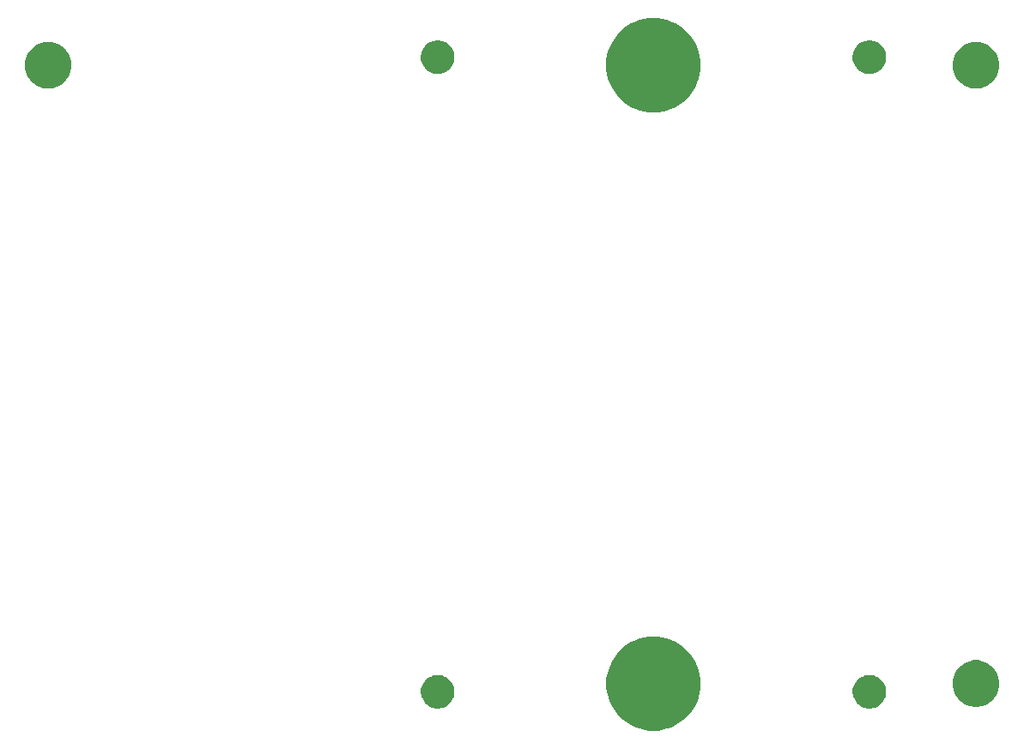
<source format=gbr>
G04 #@! TF.GenerationSoftware,KiCad,Pcbnew,(5.1.2)-2*
G04 #@! TF.CreationDate,2021-08-28T01:19:33-04:00*
G04 #@! TF.ProjectId,MAG_Plus,4d41475f-506c-4757-932e-6b696361645f,rev?*
G04 #@! TF.SameCoordinates,Original*
G04 #@! TF.FileFunction,Soldermask,Bot*
G04 #@! TF.FilePolarity,Negative*
%FSLAX46Y46*%
G04 Gerber Fmt 4.6, Leading zero omitted, Abs format (unit mm)*
G04 Created by KiCad (PCBNEW (5.1.2)-2) date 2021-08-28 01:19:33*
%MOMM*%
%LPD*%
G04 APERTURE LIST*
%ADD10C,0.100000*%
G04 APERTURE END LIST*
D10*
G36*
X316166646Y-103327735D02*
G01*
X316517248Y-103472959D01*
X317013075Y-103678337D01*
X317774840Y-104187333D01*
X318422667Y-104835160D01*
X318931663Y-105596925D01*
X319103881Y-106012697D01*
X319282265Y-106443354D01*
X319461000Y-107341915D01*
X319461000Y-108258085D01*
X319282265Y-109156646D01*
X319137041Y-109507248D01*
X318931663Y-110003075D01*
X318422667Y-110764840D01*
X317774840Y-111412667D01*
X317013075Y-111921663D01*
X316517248Y-112127041D01*
X316166646Y-112272265D01*
X315268085Y-112451000D01*
X314351915Y-112451000D01*
X313453354Y-112272265D01*
X313102751Y-112127041D01*
X312606925Y-111921663D01*
X311845160Y-111412667D01*
X311197333Y-110764840D01*
X310688337Y-110003075D01*
X310482960Y-109507249D01*
X310337735Y-109156646D01*
X310159000Y-108258085D01*
X310159000Y-107341915D01*
X310337735Y-106443354D01*
X310516119Y-106012697D01*
X310688337Y-105596925D01*
X311197333Y-104835160D01*
X311845160Y-104187333D01*
X312606925Y-103678337D01*
X313102751Y-103472960D01*
X313453354Y-103327735D01*
X314351915Y-103149000D01*
X315268085Y-103149000D01*
X316166646Y-103327735D01*
X316166646Y-103327735D01*
G37*
G36*
X336475256Y-107001298D02*
G01*
X336581579Y-107022447D01*
X336794037Y-107110450D01*
X336838396Y-107128824D01*
X336882042Y-107146903D01*
X337152451Y-107327585D01*
X337382415Y-107557549D01*
X337382416Y-107557551D01*
X337563098Y-107827960D01*
X337687553Y-108128422D01*
X337751000Y-108447389D01*
X337751000Y-108772611D01*
X337727663Y-108889932D01*
X337687553Y-109091579D01*
X337563097Y-109392042D01*
X337382415Y-109662451D01*
X337152451Y-109892415D01*
X336882042Y-110073097D01*
X336581579Y-110197553D01*
X336475256Y-110218702D01*
X336262611Y-110261000D01*
X335937389Y-110261000D01*
X335724744Y-110218702D01*
X335618421Y-110197553D01*
X335317958Y-110073097D01*
X335047549Y-109892415D01*
X334817585Y-109662451D01*
X334636903Y-109392042D01*
X334512447Y-109091579D01*
X334472337Y-108889932D01*
X334449000Y-108772611D01*
X334449000Y-108447389D01*
X334512447Y-108128422D01*
X334636902Y-107827960D01*
X334817584Y-107557551D01*
X334817585Y-107557549D01*
X335047549Y-107327585D01*
X335317958Y-107146903D01*
X335361605Y-107128824D01*
X335405963Y-107110450D01*
X335618421Y-107022447D01*
X335724744Y-107001298D01*
X335937389Y-106959000D01*
X336262611Y-106959000D01*
X336475256Y-107001298D01*
X336475256Y-107001298D01*
G37*
G36*
X293885256Y-107001298D02*
G01*
X293991579Y-107022447D01*
X294204037Y-107110450D01*
X294248396Y-107128824D01*
X294292042Y-107146903D01*
X294562451Y-107327585D01*
X294792415Y-107557549D01*
X294792416Y-107557551D01*
X294973098Y-107827960D01*
X295097553Y-108128422D01*
X295161000Y-108447389D01*
X295161000Y-108772611D01*
X295137663Y-108889932D01*
X295097553Y-109091579D01*
X294973097Y-109392042D01*
X294792415Y-109662451D01*
X294562451Y-109892415D01*
X294292042Y-110073097D01*
X293991579Y-110197553D01*
X293885256Y-110218702D01*
X293672611Y-110261000D01*
X293347389Y-110261000D01*
X293134744Y-110218702D01*
X293028421Y-110197553D01*
X292727958Y-110073097D01*
X292457549Y-109892415D01*
X292227585Y-109662451D01*
X292046903Y-109392042D01*
X291922447Y-109091579D01*
X291882337Y-108889932D01*
X291859000Y-108772611D01*
X291859000Y-108447389D01*
X291922447Y-108128422D01*
X292046902Y-107827960D01*
X292227584Y-107557551D01*
X292227585Y-107557549D01*
X292457549Y-107327585D01*
X292727958Y-107146903D01*
X292771605Y-107128824D01*
X292815963Y-107110450D01*
X293028421Y-107022447D01*
X293134744Y-107001298D01*
X293347389Y-106959000D01*
X293672611Y-106959000D01*
X293885256Y-107001298D01*
X293885256Y-107001298D01*
G37*
G36*
X347048903Y-105543213D02*
G01*
X347271177Y-105587426D01*
X347689932Y-105760880D01*
X348066802Y-106012696D01*
X348387304Y-106333198D01*
X348639120Y-106710068D01*
X348812574Y-107128823D01*
X348901000Y-107573371D01*
X348901000Y-108026629D01*
X348812574Y-108471177D01*
X348639120Y-108889932D01*
X348387304Y-109266802D01*
X348066802Y-109587304D01*
X347689932Y-109839120D01*
X347271177Y-110012574D01*
X347048903Y-110056787D01*
X346826630Y-110101000D01*
X346373370Y-110101000D01*
X346151097Y-110056787D01*
X345928823Y-110012574D01*
X345510068Y-109839120D01*
X345133198Y-109587304D01*
X344812696Y-109266802D01*
X344560880Y-108889932D01*
X344387426Y-108471177D01*
X344299000Y-108026629D01*
X344299000Y-107573371D01*
X344387426Y-107128823D01*
X344560880Y-106710068D01*
X344812696Y-106333198D01*
X345133198Y-106012696D01*
X345510068Y-105760880D01*
X345928823Y-105587426D01*
X346151097Y-105543213D01*
X346373370Y-105499000D01*
X346826630Y-105499000D01*
X347048903Y-105543213D01*
X347048903Y-105543213D01*
G37*
G36*
X316146646Y-42297735D02*
G01*
X316497249Y-42442960D01*
X316993075Y-42648337D01*
X317754840Y-43157333D01*
X318402667Y-43805160D01*
X318911663Y-44566925D01*
X319065180Y-44937549D01*
X319262265Y-45413354D01*
X319441000Y-46311915D01*
X319441000Y-47228085D01*
X319262265Y-48126646D01*
X319204210Y-48266802D01*
X318911663Y-48973075D01*
X318402667Y-49734840D01*
X317754840Y-50382667D01*
X316993075Y-50891663D01*
X316497249Y-51097040D01*
X316146646Y-51242265D01*
X315248085Y-51421000D01*
X314331915Y-51421000D01*
X313433354Y-51242265D01*
X313082751Y-51097040D01*
X312586925Y-50891663D01*
X311825160Y-50382667D01*
X311177333Y-49734840D01*
X310668337Y-48973075D01*
X310375790Y-48266802D01*
X310317735Y-48126646D01*
X310139000Y-47228085D01*
X310139000Y-46311915D01*
X310317735Y-45413354D01*
X310514820Y-44937549D01*
X310668337Y-44566925D01*
X311177333Y-43805160D01*
X311825160Y-43157333D01*
X312586925Y-42648337D01*
X313082751Y-42442960D01*
X313433354Y-42297735D01*
X314331915Y-42119000D01*
X315248085Y-42119000D01*
X316146646Y-42297735D01*
X316146646Y-42297735D01*
G37*
G36*
X346966902Y-44526902D02*
G01*
X347271177Y-44587426D01*
X347689932Y-44760880D01*
X348066802Y-45012696D01*
X348387304Y-45333198D01*
X348639120Y-45710068D01*
X348812574Y-46128823D01*
X348901000Y-46573371D01*
X348901000Y-47026629D01*
X348812574Y-47471177D01*
X348639120Y-47889932D01*
X348387304Y-48266802D01*
X348066802Y-48587304D01*
X347689932Y-48839120D01*
X347271177Y-49012574D01*
X347048903Y-49056787D01*
X346826630Y-49101000D01*
X346373370Y-49101000D01*
X346151097Y-49056787D01*
X345928823Y-49012574D01*
X345510068Y-48839120D01*
X345133198Y-48587304D01*
X344812696Y-48266802D01*
X344560880Y-47889932D01*
X344387426Y-47471177D01*
X344299000Y-47026629D01*
X344299000Y-46573371D01*
X344387426Y-46128823D01*
X344560880Y-45710068D01*
X344812696Y-45333198D01*
X345133198Y-45012696D01*
X345510068Y-44760880D01*
X345928823Y-44587426D01*
X346233098Y-44526902D01*
X346373370Y-44499000D01*
X346826630Y-44499000D01*
X346966902Y-44526902D01*
X346966902Y-44526902D01*
G37*
G36*
X255548903Y-44533213D02*
G01*
X255771177Y-44577426D01*
X256189932Y-44750880D01*
X256566802Y-45002696D01*
X256887304Y-45323198D01*
X257139120Y-45700068D01*
X257312574Y-46118823D01*
X257312574Y-46118824D01*
X257382742Y-46471579D01*
X257401000Y-46563371D01*
X257401000Y-47016629D01*
X257312574Y-47461177D01*
X257139120Y-47879932D01*
X256887304Y-48256802D01*
X256566802Y-48577304D01*
X256189932Y-48829120D01*
X255771177Y-49002574D01*
X255548903Y-49046787D01*
X255326630Y-49091000D01*
X254873370Y-49091000D01*
X254651097Y-49046787D01*
X254428823Y-49002574D01*
X254010068Y-48829120D01*
X253633198Y-48577304D01*
X253312696Y-48256802D01*
X253060880Y-47879932D01*
X252887426Y-47461177D01*
X252799000Y-47016629D01*
X252799000Y-46563371D01*
X252817259Y-46471579D01*
X252887426Y-46118824D01*
X252887426Y-46118823D01*
X253060880Y-45700068D01*
X253312696Y-45323198D01*
X253633198Y-45002696D01*
X254010068Y-44750880D01*
X254428823Y-44577426D01*
X254651097Y-44533213D01*
X254873370Y-44489000D01*
X255326630Y-44489000D01*
X255548903Y-44533213D01*
X255548903Y-44533213D01*
G37*
G36*
X293885256Y-44381298D02*
G01*
X293991579Y-44402447D01*
X294292042Y-44526903D01*
X294562451Y-44707585D01*
X294792415Y-44937549D01*
X294842627Y-45012697D01*
X294973098Y-45207960D01*
X295097553Y-45508422D01*
X295137664Y-45710070D01*
X295161000Y-45827391D01*
X295161000Y-46152609D01*
X295097553Y-46471579D01*
X294973097Y-46772042D01*
X294792415Y-47042451D01*
X294562451Y-47272415D01*
X294292042Y-47453097D01*
X294292041Y-47453098D01*
X294292040Y-47453098D01*
X294248393Y-47471177D01*
X293991579Y-47577553D01*
X293885256Y-47598702D01*
X293672611Y-47641000D01*
X293347389Y-47641000D01*
X293134744Y-47598702D01*
X293028421Y-47577553D01*
X292771607Y-47471177D01*
X292727960Y-47453098D01*
X292727959Y-47453098D01*
X292727958Y-47453097D01*
X292457549Y-47272415D01*
X292227585Y-47042451D01*
X292046903Y-46772042D01*
X291922447Y-46471579D01*
X291859000Y-46152609D01*
X291859000Y-45827391D01*
X291882337Y-45710070D01*
X291922447Y-45508422D01*
X292046902Y-45207960D01*
X292177373Y-45012697D01*
X292227585Y-44937549D01*
X292457549Y-44707585D01*
X292727958Y-44526903D01*
X293028421Y-44402447D01*
X293134744Y-44381298D01*
X293347389Y-44339000D01*
X293672611Y-44339000D01*
X293885256Y-44381298D01*
X293885256Y-44381298D01*
G37*
G36*
X336475256Y-44381298D02*
G01*
X336581579Y-44402447D01*
X336882042Y-44526903D01*
X337152451Y-44707585D01*
X337382415Y-44937549D01*
X337432627Y-45012697D01*
X337563098Y-45207960D01*
X337687553Y-45508422D01*
X337727664Y-45710070D01*
X337751000Y-45827391D01*
X337751000Y-46152609D01*
X337687553Y-46471579D01*
X337563097Y-46772042D01*
X337382415Y-47042451D01*
X337152451Y-47272415D01*
X336882042Y-47453097D01*
X336882041Y-47453098D01*
X336882040Y-47453098D01*
X336838393Y-47471177D01*
X336581579Y-47577553D01*
X336475256Y-47598702D01*
X336262611Y-47641000D01*
X335937389Y-47641000D01*
X335724744Y-47598702D01*
X335618421Y-47577553D01*
X335361607Y-47471177D01*
X335317960Y-47453098D01*
X335317959Y-47453098D01*
X335317958Y-47453097D01*
X335047549Y-47272415D01*
X334817585Y-47042451D01*
X334636903Y-46772042D01*
X334512447Y-46471579D01*
X334449000Y-46152609D01*
X334449000Y-45827391D01*
X334472337Y-45710070D01*
X334512447Y-45508422D01*
X334636902Y-45207960D01*
X334767373Y-45012697D01*
X334817585Y-44937549D01*
X335047549Y-44707585D01*
X335317958Y-44526903D01*
X335618421Y-44402447D01*
X335724744Y-44381298D01*
X335937389Y-44339000D01*
X336262611Y-44339000D01*
X336475256Y-44381298D01*
X336475256Y-44381298D01*
G37*
M02*

</source>
